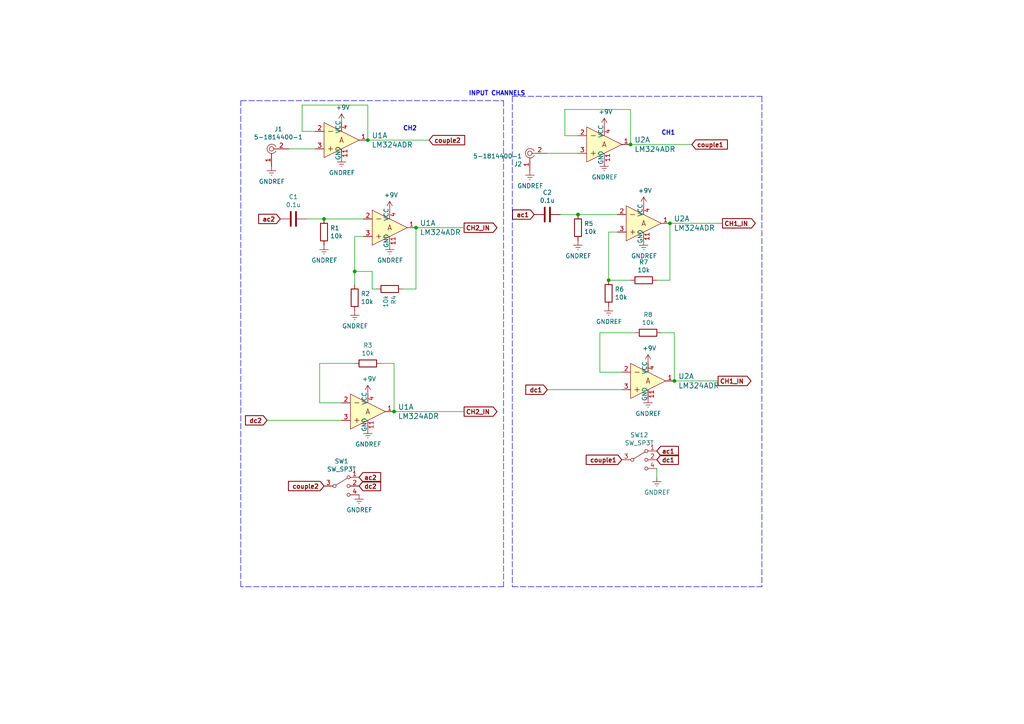
<source format=kicad_sch>
(kicad_sch (version 20211123) (generator eeschema)
  (paper "A4")
  (lib_symbols
    (symbol "Device:C" (pin_numbers hide) (pin_names (offset 0.254))
      (property "Reference" "C" (at 0.635 2.54 0))
      (property "Value" "C" (at 0.635 -2.54 0))
      (symbol "C_0_1"
        (polyline (pts (xy -2.032 -0.762) (xy 2.032 -0.762)) (stroke (width 0.508)))
        (polyline (pts (xy -2.032 0.762) (xy 2.032 0.762)) (stroke (width 0.508)))
      )
      (symbol "C_1_1"
        (pin passive line (at 0 3.81 270) (length 2.794) (name "~") (number "1"))
        (pin passive line (at 0 -3.81 90) (length 2.794) (name "~") (number "2"))
      )
    )
    (symbol "Device:R" (pin_numbers hide) (pin_names (offset 0))
      (property "Reference" "R" (at 2.032 0 90))
      (property "Value" "R" (at 0 0 90))
      (symbol "R_0_1"
        (rectangle (start -1.016 -2.54) (end 1.016 2.54) (stroke (width 0.254)))
      )
      (symbol "R_1_1"
        (pin passive line (at 0 3.81 270) (length 1.27) (name "~") (number "1"))
        (pin passive line (at 0 -3.81 90) (length 1.27) (name "~") (number "2"))
      )
    )
    (symbol "Switch:SW_SP3T" (pin_names (offset 0) hide)
      (property "Reference" "SW" (at 0 5.08 0))
      (property "Value" "SW_SP3T" (at 0 -5.08 0))
      (symbol "SW_SP3T_0_1"
        (circle (center -2.032 0) (radius 0.4572))
        (polyline (pts (xy -1.651 0.254) (xy 1.651 2.286)))
        (circle (center 2.032 -2.54) (radius 0.4572))
        (circle (center 2.032 0) (radius 0.4572))
        (circle (center 2.032 2.54) (radius 0.4572))
      )
      (symbol "SW_SP3T_1_1"
        (pin passive line (at 5.08 2.54 180) (length 2.54) (name "1") (number "1"))
        (pin passive line (at 5.08 0 180) (length 2.54) (name "2") (number "2"))
        (pin passive line (at -5.08 0 0) (length 2.54) (name "3") (number "3"))
        (pin passive line (at 5.08 -2.54 180) (length 2.54) (name "4") (number "4"))
      )
    )
    (symbol "dk_Coaxial-Connectors-RF:5-1814400-1" (pin_names (offset 1.016))
      (property "Reference" "J" (at -1.27 1.27 0))
      (property "Value" "dk_Coaxial-Connectors-RF_5-1814400-1" (at 1.27 -2.54 0))
      (symbol "5-1814400-1_1_1"
        (arc (start -1.27 0) (mid -0.2651 -1.3081) (end 1.27 -0.635))
        (circle (center 0 0) (radius 0.635))
        (arc (start 1.27 0.635) (mid -0.2496 1.3256) (end -1.27 0))
        (pin passive line (at 0 -5.08 90) (length 3.683) (name "~") (number "1"))
        (pin passive line (at 5.08 0 180) (length 4.445) (name "~") (number "2"))
      )
    )
    (symbol "dk_Linear-Amplifiers-Instrumentation-OP-Amps-Buffer-Amps:LM324ADR" (pin_names (offset 0))
      (property "Reference" "U" (at -5.08 6.35 0))
      (property "Value" "dk_Linear-Amplifiers-Instrumentation-OP-Amps-Buffer-Amps_LM324ADR" (at 5.08 -5.08 0))
      (symbol "LM324ADR_0_0"
        (polyline (pts (xy -3.81 -2.54) (xy -2.54 -2.54)))
        (polyline (pts (xy -3.81 2.54) (xy -2.54 2.54)))
        (polyline (pts (xy -3.175 -1.905) (xy -3.175 -3.175)))
        (polyline (pts (xy -5.08 5.08) (xy -5.08 -5.08) (xy 5.08 0) (xy -5.08 5.08)) (fill (type background)))
      )
      (symbol "LM324ADR_1_0"
        (text "A" (at 0 0 0) (effects (font (size 1.524 1.524))))
      )
      (symbol "LM324ADR_1_1"
        (pin output line (at 7.62 0 180) (length 2.54) (name "~") (number "1"))
        (pin power_in line (at 0 -5.08 90) (length 2.54) (name "GND") (number "11"))
        (pin input line (at -7.62 2.54 0) (length 2.54) (name "~") (number "2"))
        (pin input line (at -7.62 -2.54 0) (length 2.54) (name "~") (number "3"))
        (pin power_in line (at 0 5.08 270) (length 2.54) (name "VCC") (number "4"))
      )
      (symbol "LM324ADR_2_0"
        (text "B" (at 0 0 0) (effects (font (size 1.524 1.524))))
      )
      (symbol "LM324ADR_2_1"
        (pin power_in line (at 0 -5.08 90) (length 2.54) (name "GND") (number "11"))
        (pin power_in line (at 0 5.08 270) (length 2.54) (name "VCC") (number "4"))
        (pin input line (at -7.62 -2.54 0) (length 2.54) (name "~") (number "5"))
        (pin input line (at -7.62 2.54 0) (length 2.54) (name "~") (number "6"))
        (pin output line (at 7.62 0 180) (length 2.54) (name "~") (number "7"))
      )
      (symbol "LM324ADR_3_0"
        (text "C" (at 0 0 0) (effects (font (size 1.524 1.524))))
      )
      (symbol "LM324ADR_3_1"
        (pin input line (at -7.62 -2.54 0) (length 2.54) (name "~") (number "10"))
        (pin power_in line (at 0 -5.08 90) (length 2.54) (name "GND") (number "11"))
        (pin power_in line (at 0 5.08 270) (length 2.54) (name "VCC") (number "4"))
        (pin output line (at 7.62 0 180) (length 2.54) (name "~") (number "8"))
        (pin input line (at -7.62 2.54 0) (length 2.54) (name "~") (number "9"))
      )
      (symbol "LM324ADR_4_0"
        (text "D" (at 0 0 0) (effects (font (size 1.524 1.524))))
      )
      (symbol "LM324ADR_4_1"
        (pin power_in line (at 0 -5.08 90) (length 2.54) (name "GND") (number "11"))
        (pin input line (at -7.62 -2.54 0) (length 2.54) (name "~") (number "12"))
        (pin input line (at -7.62 2.54 0) (length 2.54) (name "~") (number "13"))
        (pin output line (at 7.62 0 180) (length 2.54) (name "~") (number "14"))
        (pin power_in line (at 0 5.08 270) (length 2.54) (name "VCC") (number "4"))
      )
    )
    (symbol "power:+9V" (power) (pin_names (offset 0))
      (property "Value" "+9V" (at 0 3.556 0))
      (symbol "+9V_0_1"
        (polyline (pts (xy -0.762 1.27) (xy 0 2.54)))
        (polyline (pts (xy 0 0) (xy 0 2.54)))
        (polyline (pts (xy 0 2.54) (xy 0.762 1.27)))
      )
      (symbol "+9V_1_1"
        (pin power_in line (at 0 0 90) (length 0) hide (name "+9V") (number "1"))
      )
    )
    (symbol "power:GNDREF" (power) (pin_names (offset 0))
      (property "Value" "GNDREF" (at 0 -3.81 0))
      (symbol "GNDREF_0_1"
        (polyline (pts (xy -0.635 -1.905) (xy 0.635 -1.905)))
        (polyline (pts (xy -0.127 -2.54) (xy 0.127 -2.54)))
        (polyline (pts (xy 0 -1.27) (xy 0 0)))
        (polyline (pts (xy 1.27 -1.27) (xy -1.27 -1.27)))
      )
      (symbol "GNDREF_1_1"
        (pin power_in line (at 0 0 270) (length 0) hide (name "GNDREF") (number "1"))
      )
    )
  )
  (junction (at 93.98 63.5))
  (junction (at 114.3 119.38))
  (junction (at 102.87 78.74))
  (junction (at 167.64 62.23))
  (junction (at 195.58 110.49))
  (junction (at 176.53 81.28))
  (junction (at 182.88 41.91))
  (junction (at 194.31 64.77))
  (junction (at 120.65 66.04))
  (junction (at 106.68 40.64))
  (wire (pts (xy 134.62 66.04) (xy 120.65 66.04)))
  (wire (pts (xy 107.95 78.74) (xy 102.87 78.74)))
  (wire (pts (xy 163.83 39.37) (xy 163.83 31.75)))
  (wire (pts (xy 114.3 119.38) (xy 134.62 119.38)))
  (wire (pts (xy 182.88 81.28) (xy 176.53 81.28)))
  (wire (pts (xy 107.95 83.82) (xy 107.95 78.74)))
  (polyline (pts (xy 146.05 29.21) (xy 146.05 170.18)))
  (wire (pts (xy 163.83 31.75) (xy 182.88 31.75)))
  (wire (pts (xy 109.22 83.82) (xy 107.95 83.82)))
  (polyline (pts (xy 69.85 29.21) (xy 146.05 29.21)))
  (wire (pts (xy 102.87 78.74) (xy 102.87 82.55)))
  (wire (pts (xy 106.68 30.48) (xy 106.68 40.64)))
  (polyline (pts (xy 146.05 170.18) (xy 69.85 170.18)))
  (wire (pts (xy 158.75 44.45) (xy 167.64 44.45)))
  (wire (pts (xy 110.49 105.41) (xy 114.3 105.41)))
  (wire (pts (xy 194.31 64.77) (xy 209.55 64.77)))
  (wire (pts (xy 92.71 116.84) (xy 99.06 116.84)))
  (wire (pts (xy 102.87 105.41) (xy 92.71 105.41)))
  (wire (pts (xy 87.63 38.1) (xy 87.63 30.48)))
  (wire (pts (xy 120.65 83.82) (xy 116.84 83.82)))
  (wire (pts (xy 194.31 64.77) (xy 194.31 81.28)))
  (wire (pts (xy 176.53 67.31) (xy 176.53 81.28)))
  (wire (pts (xy 182.88 41.91) (xy 200.66 41.91)))
  (wire (pts (xy 195.58 96.52) (xy 195.58 110.49)))
  (polyline (pts (xy 148.59 27.94) (xy 220.98 27.94)))
  (wire (pts (xy 106.68 40.64) (xy 124.46 40.64)))
  (wire (pts (xy 173.99 107.95) (xy 180.34 107.95)))
  (wire (pts (xy 91.44 38.1) (xy 87.63 38.1)))
  (wire (pts (xy 195.58 110.49) (xy 208.28 110.49)))
  (wire (pts (xy 102.87 68.58) (xy 102.87 78.74)))
  (wire (pts (xy 87.63 30.48) (xy 106.68 30.48)))
  (wire (pts (xy 173.99 96.52) (xy 173.99 107.95)))
  (polyline (pts (xy 220.98 27.94) (xy 220.98 170.18)))
  (wire (pts (xy 184.15 96.52) (xy 173.99 96.52)))
  (wire (pts (xy 83.82 43.18) (xy 91.44 43.18)))
  (wire (pts (xy 180.34 113.03) (xy 158.75 113.03)))
  (wire (pts (xy 167.64 39.37) (xy 163.83 39.37)))
  (wire (pts (xy 92.71 105.41) (xy 92.71 116.84)))
  (wire (pts (xy 182.88 31.75) (xy 182.88 41.91)))
  (wire (pts (xy 190.5 135.89) (xy 190.5 138.43)))
  (wire (pts (xy 176.53 67.31) (xy 179.07 67.31)))
  (wire (pts (xy 93.98 63.5) (xy 105.41 63.5)))
  (wire (pts (xy 102.87 68.58) (xy 105.41 68.58)))
  (wire (pts (xy 114.3 105.41) (xy 114.3 119.38)))
  (wire (pts (xy 88.9 63.5) (xy 93.98 63.5)))
  (wire (pts (xy 162.56 62.23) (xy 167.64 62.23)))
  (wire (pts (xy 167.64 62.23) (xy 179.07 62.23)))
  (wire (pts (xy 191.77 96.52) (xy 195.58 96.52)))
  (polyline (pts (xy 148.59 27.94) (xy 148.59 170.18)))
  (wire (pts (xy 194.31 81.28) (xy 190.5 81.28)))
  (polyline (pts (xy 148.59 170.18) (xy 220.98 170.18)))
  (wire (pts (xy 120.65 66.04) (xy 120.65 83.82)))
  (wire (pts (xy 99.06 121.92) (xy 77.47 121.92)))
  (polyline (pts (xy 69.85 170.18) (xy 69.85 29.21)))
  (text "INPUT CHANNELS" (at 135.89 27.94 0) (effects (font (size 1.27 1.27) (thickness 0.254) bold) (justify left bottom)))
  (text "CH1" (at 191.77 39.37 0) (effects (font (size 1.27 1.27) (thickness 0.254) bold) (justify left bottom)))
  (text "CH2" (at 116.84 38.1 0) (effects (font (size 1.27 1.27) (thickness 0.254) bold) (justify left bottom)))
  (global_label "dc2" (shape input) (at 104.14 140.97 0) (effects (font (thickness 0.254) bold)) (property "Intersheet References" "${INTERSHEET_REFS}" (effects hide)))
  (global_label "ac2" (shape input) (at 81.28 63.5 180) (effects (font (thickness 0.254) bold)) (property "Intersheet References" "${INTERSHEET_REFS}" (effects hide)))
  (global_label "dc1" (shape input) (at 158.75 113.03 180) (effects (font (thickness 0.254) bold)) (property "Intersheet References" "${INTERSHEET_REFS}" (effects hide)))
  (global_label "dc2" (shape input) (at 77.47 121.92 180) (effects (font (thickness 0.254) bold)) (property "Intersheet References" "${INTERSHEET_REFS}" (effects hide)))
  (global_label "CH1_IN" (shape output) (at 209.55 64.77 0) (effects (font (thickness 0.254) bold)) (property "Intersheet References" "${INTERSHEET_REFS}" (effects hide)))
  (global_label "couple2" (shape input) (at 124.46 40.64 0) (effects (font (thickness 0.254) bold)) (property "Intersheet References" "${INTERSHEET_REFS}" (effects hide)))
  (global_label "CH2_IN" (shape output) (at 134.62 66.04 0) (effects (font (thickness 0.254) bold)) (property "Intersheet References" "${INTERSHEET_REFS}" (effects hide)))
  (global_label "ac1" (shape input) (at 190.5 130.81 0) (effects (font (thickness 0.254) bold)) (property "Intersheet References" "${INTERSHEET_REFS}" (effects hide)))
  (global_label "dc1" (shape input) (at 190.5 133.35 0) (effects (font (thickness 0.254) bold)) (property "Intersheet References" "${INTERSHEET_REFS}" (effects hide)))
  (global_label "CH1_IN" (shape output) (at 208.28 110.49 0) (effects (font (thickness 0.254) bold)) (property "Intersheet References" "${INTERSHEET_REFS}" (effects hide)))
  (global_label "ac2" (shape input) (at 104.14 138.43 0) (effects (font (thickness 0.254) bold)) (property "Intersheet References" "${INTERSHEET_REFS}" (effects hide)))
  (global_label "CH2_IN" (shape output) (at 134.62 119.38 0) (effects (font (thickness 0.254) bold)) (property "Intersheet References" "${INTERSHEET_REFS}" (effects hide)))
  (global_label "couple1" (shape input) (at 200.66 41.91 0) (effects (font (thickness 0.254) bold)) (property "Intersheet References" "${INTERSHEET_REFS}" (effects hide)))
  (global_label "ac1" (shape input) (at 154.94 62.23 180) (effects (font (thickness 0.254) bold)) (property "Intersheet References" "${INTERSHEET_REFS}" (effects hide)))
  (global_label "couple1" (shape input) (at 180.34 133.35 180) (effects (font (thickness 0.254) bold)) (property "Intersheet References" "${INTERSHEET_REFS}" (effects hide)))
  (global_label "couple2" (shape input) (at 93.98 140.97 180) (effects (font (thickness 0.254) bold)) (property "Intersheet References" "${INTERSHEET_REFS}" (effects hide)))
  (symbol (lib_id "Switch:SW_SP3T") (at 185.42 133.35 0) (unit 1)
    (property "Reference" "SW12" (at 185.42 126.1618 0))
    (property "Value" "SW_SP3T" (at 185.42 128.4732 0))
    (property "Footprint" "my-screen:SP3T_OS103012MU1QP1_SWITCH" (effects hide))
  )
  (symbol (lib_id "Switch:SW_SP3T") (at 99.06 140.97 0) (unit 1)
    (property "Reference" "SW1" (at 99.06 133.7818 0))
    (property "Value" "SW_SP3T" (at 99.06 136.0932 0))
    (property "Footprint" "my-screen:SP3T_OS103012MU1QP1_SWITCH" (effects hide))
  )
  (symbol (lib_id "power:+9V") (at 99.06 35.56 0) (unit 1)
    (property "Reference" "#PWR056" (effects hide))
    (property "Value" "+9V" (at 99.441 31.1658 0))
  )
  (symbol (lib_id "power:GNDREF") (at 99.06 45.72 0)
    (property "Reference" "#PWR057" (effects hide))
    (property "Value" "GNDREF" (at 99.187 50.1142 0))
  )
  (symbol (lib_id "power:+9V") (at 113.03 60.96 0) (unit 1)
    (property "Reference" "#PWR060" (effects hide))
    (property "Value" "+9V" (at 113.411 56.5658 0))
  )
  (symbol (lib_id "power:GNDREF") (at 113.03 71.12 0)
    (property "Reference" "#PWR061" (effects hide))
    (property "Value" "GNDREF" (at 113.157 75.5142 0))
  )
  (symbol (lib_id "power:+9V") (at 106.68 114.3 0) (unit 1)
    (property "Reference" "#PWR058" (effects hide))
    (property "Value" "+9V" (at 107.061 109.9058 0))
  )
  (symbol (lib_id "power:GNDREF") (at 106.68 124.46 0)
    (property "Reference" "#PWR059" (effects hide))
    (property "Value" "GNDREF" (at 106.807 128.8542 0))
  )
  (symbol (lib_id "power:+9V") (at 175.26 36.83 0) (unit 1)
    (property "Reference" "#PWR062" (effects hide))
    (property "Value" "+9V" (at 175.641 32.4358 0))
  )
  (symbol (lib_id "power:GNDREF") (at 175.26 46.99 0)
    (property "Reference" "#PWR063" (effects hide))
    (property "Value" "GNDREF" (at 175.387 51.3842 0))
  )
  (symbol (lib_id "power:+9V") (at 186.69 59.69 0) (unit 1)
    (property "Reference" "#PWR064" (effects hide))
    (property "Value" "+9V" (at 187.071 55.2958 0))
  )
  (symbol (lib_id "power:GNDREF") (at 186.69 69.85 0)
    (property "Reference" "#PWR065" (effects hide))
    (property "Value" "GNDREF" (at 186.817 74.2442 0))
  )
  (symbol (lib_id "power:+9V") (at 187.96 105.41 0) (unit 1)
    (property "Reference" "#PWR066" (effects hide))
    (property "Value" "+9V" (at 188.341 101.0158 0))
  )
  (symbol (lib_id "power:GNDREF") (at 187.96 115.57 0)
    (property "Reference" "#PWR067" (effects hide))
    (property "Value" "GNDREF" (at 188.087 119.9642 0))
  )
  (symbol (lib_id "Device:R") (at 113.03 83.82 90)
    (property "Reference" "R4" (at 114.1984 85.598 0) (effects (justify right)))
    (property "Value" "10k" (at 111.887 85.598 0) (effects (justify right)))
    (property "Footprint" "digikey-footprints:1206" (effects hide))
  )
  (symbol (lib_id "dk_Coaxial-Connectors-RF:5-1814400-1") (at 153.67 44.45 0)
    (property "Reference" "J2" (at 151.4348 47.5996 0) (effects (justify right)))
    (property "Value" "5-1814400-1" (at 151.4348 45.2882 0) (effects (justify right)))
    (property "Footprint" "digikey-footprints:RF_SMA_RightAngle_5-1814400-1" (effects hide))
    (property "Datasheet" "https://www.te.com/commerce/DocumentDelivery/DDEController?Action=srchrtrv&DocNm=1814400&DocType=Customer+Drawing&DocLang=English" (effects hide))
    (property "Digi-Key_PN" "A97593-ND" (effects hide))
    (property "MPN" "5-1814400-1" (effects hide))
    (property "Category" "Connectors, Interconnects" (effects hide))
    (property "Family" "Coaxial Connectors (RF)" (effects hide))
    (property "DK_Datasheet_Link" "https://www.te.com/commerce/DocumentDelivery/DDEController?Action=srchrtrv&DocNm=1814400&DocType=Customer+Drawing&DocLang=English" (effects hide))
    (property "DK_Detail_Page" "/product-detail/en/te-connectivity-amp-connectors/5-1814400-1/A97593-ND/1755981" (effects hide))
    (property "Description" "CONN SMA JACK R/A 50 OHM PCB" (effects hide))
    (property "Manufacturer" "TE Connectivity AMP Connectors" (effects hide))
    (property "Status" "Active" (effects hide))
  )
  (symbol (lib_id "dk_Coaxial-Connectors-RF:5-1814400-1") (at 78.74 43.18 0)
    (property "Reference" "J1" (at 80.7212 37.465 0))
    (property "Value" "5-1814400-1" (at 80.7212 39.7764 0))
    (property "Footprint" "digikey-footprints:RF_SMA_RightAngle_5-1814400-1" (effects hide))
    (property "Datasheet" "https://www.te.com/commerce/DocumentDelivery/DDEController?Action=srchrtrv&DocNm=1814400&DocType=Customer+Drawing&DocLang=English" (effects hide))
    (property "Digi-Key_PN" "A97593-ND" (effects hide))
    (property "MPN" "5-1814400-1" (effects hide))
    (property "Category" "Connectors, Interconnects" (effects hide))
    (property "Family" "Coaxial Connectors (RF)" (effects hide))
    (property "DK_Datasheet_Link" "https://www.te.com/commerce/DocumentDelivery/DDEController?Action=srchrtrv&DocNm=1814400&DocType=Customer+Drawing&DocLang=English" (effects hide))
    (property "DK_Detail_Page" "/product-detail/en/te-connectivity-amp-connectors/5-1814400-1/A97593-ND/1755981" (effects hide))
    (property "Description" "CONN SMA JACK R/A 50 OHM PCB" (effects hide))
    (property "Manufacturer" "TE Connectivity AMP Connectors" (effects hide))
    (property "Status" "Active" (effects hide))
  )
  (symbol (lib_id "power:GNDREF") (at 153.67 49.53 0)
    (property "Reference" "#PWR05" (effects hide))
    (property "Value" "GNDREF" (at 153.797 53.9242 0))
  )
  (symbol (lib_id "power:GNDREF") (at 78.74 48.26 0)
    (property "Reference" "#PWR01" (effects hide))
    (property "Value" "GNDREF" (at 78.867 52.6542 0))
  )
  (symbol (lib_id "dk_Linear-Amplifiers-Instrumentation-OP-Amps-Buffer-Amps:LM324ADR") (at 175.26 41.91 0)
    (property "Reference" "U2" (at 183.9976 40.5638 0) (effects (font (size 1.524 1.524)) (justify left)))
    (property "Value" "LM324ADR" (at 183.9976 43.2562 0) (effects (font (size 1.524 1.524)) (justify left)))
    (property "Footprint" "digikey-footprints:SOIC-14_W3.9mm" (effects hide))
    (property "Datasheet" "http://www.ti.com/general/docs/suppproductinfo.tsp?distId=10&gotoUrl=http%3A%2F%2Fwww.ti.com%2Flit%2Fgpn%2Flm224" (effects hide))
    (property "Digi-Key_PN" "296-9540-1-ND" (effects hide))
    (property "MPN" "LM324ADR" (effects hide))
    (property "Category" "Integrated Circuits (ICs)" (effects hide))
    (property "Family" "Linear - Amplifiers - Instrumentation, OP Amps, Buffer Amps" (effects hide))
    (property "DK_Datasheet_Link" "http://www.ti.com/general/docs/suppproductinfo.tsp?distId=10&gotoUrl=http%3A%2F%2Fwww.ti.com%2Flit%2Fgpn%2Flm224" (effects hide))
    (property "DK_Detail_Page" "/product-detail/en/texas-instruments/LM324ADR/296-9540-1-ND/405286" (effects hide))
    (property "Description" "IC OPAMP GP 4 CIRCUIT 14SOIC" (effects hide))
    (property "Manufacturer" "Texas Instruments" (effects hide))
    (property "Status" "Active" (effects hide))
  )
  (symbol (lib_id "Device:C") (at 158.75 62.23 270)
    (property "Reference" "C2" (at 158.75 55.8292 90))
    (property "Value" "0.1u" (at 158.75 58.1406 90))
    (property "Footprint" "Capacitor_THT:CP_Radial_D4.0mm_P1.50mm" (effects hide))
  )
  (symbol (lib_id "Device:R") (at 176.53 85.09 180)
    (property "Reference" "R6" (at 178.308 83.9216 0) (effects (justify right)))
    (property "Value" "10k" (at 178.308 86.233 0) (effects (justify right)))
    (property "Footprint" "digikey-footprints:1206" (effects hide))
  )
  (symbol (lib_id "power:GNDREF") (at 176.53 88.9 0)
    (property "Reference" "#PWR054" (effects hide))
    (property "Value" "GNDREF" (at 176.657 93.2942 0))
  )
  (symbol (lib_id "Device:R") (at 187.96 96.52 90)
    (property "Reference" "R8" (at 187.96 91.2622 90))
    (property "Value" "10k" (at 187.96 93.5736 90))
    (property "Footprint" "digikey-footprints:1206" (effects hide))
  )
  (symbol (lib_id "Device:R") (at 186.69 81.28 90)
    (property "Reference" "R7" (at 186.69 76.0222 90))
    (property "Value" "10k" (at 186.69 78.3336 90))
    (property "Footprint" "digikey-footprints:1206" (effects hide))
  )
  (symbol (lib_id "Device:R") (at 167.64 66.04 180)
    (property "Reference" "R5" (at 169.418 64.8716 0) (effects (justify right)))
    (property "Value" "10k" (at 169.418 67.183 0) (effects (justify right)))
    (property "Footprint" "digikey-footprints:1206" (effects hide))
  )
  (symbol (lib_id "power:GNDREF") (at 167.64 69.85 0)
    (property "Reference" "#PWR06" (effects hide))
    (property "Value" "GNDREF" (at 167.767 74.2442 0))
  )
  (symbol (lib_id "Device:C") (at 85.09 63.5 270)
    (property "Reference" "C1" (at 85.09 57.0992 90))
    (property "Value" "0.1u" (at 85.09 59.4106 90))
    (property "Footprint" "Capacitor_THT:CP_Radial_D4.0mm_P1.50mm" (effects hide))
  )
  (symbol (lib_id "Device:R") (at 102.87 86.36 180)
    (property "Reference" "R2" (at 104.648 85.1916 0) (effects (justify right)))
    (property "Value" "10k" (at 104.648 87.503 0) (effects (justify right)))
    (property "Footprint" "digikey-footprints:1206" (effects hide))
  )
  (symbol (lib_id "power:GNDREF") (at 102.87 90.17 0)
    (property "Reference" "#PWR03" (effects hide))
    (property "Value" "GNDREF" (at 102.997 94.5642 0))
  )
  (symbol (lib_id "Device:R") (at 93.98 67.31 180)
    (property "Reference" "R1" (at 95.758 66.1416 0) (effects (justify right)))
    (property "Value" "10k" (at 95.758 68.453 0) (effects (justify right)))
    (property "Footprint" "digikey-footprints:1206" (effects hide))
  )
  (symbol (lib_id "power:GNDREF") (at 93.98 71.12 0)
    (property "Reference" "#PWR02" (effects hide))
    (property "Value" "GNDREF" (at 94.107 75.5142 0))
  )
  (symbol (lib_id "Device:R") (at 106.68 105.41 90)
    (property "Reference" "R3" (at 106.68 100.1522 90))
    (property "Value" "10k" (at 106.68 102.4636 90))
    (property "Footprint" "digikey-footprints:1206" (effects hide))
  )
  (symbol (lib_id "power:GNDREF") (at 104.14 143.51 0)
    (property "Reference" "#PWR04" (effects hide))
    (property "Value" "GNDREF" (at 104.267 147.9042 0))
  )
  (symbol (lib_id "power:GNDREF") (at 190.5 138.43 0)
    (property "Reference" "#PWR055" (effects hide))
    (property "Value" "GNDREF" (at 190.627 142.8242 0))
  )
  (symbol (lib_id "dk_Linear-Amplifiers-Instrumentation-OP-Amps-Buffer-Amps:LM324ADR") (at 186.69 64.77 0)
    (property "Reference" "U2" (at 195.4276 63.4238 0) (effects (font (size 1.524 1.524)) (justify left)))
    (property "Value" "LM324ADR" (at 195.4276 66.1162 0) (effects (font (size 1.524 1.524)) (justify left)))
    (property "Footprint" "digikey-footprints:SOIC-14_W3.9mm" (effects hide))
    (property "Datasheet" "http://www.ti.com/general/docs/suppproductinfo.tsp?distId=10&gotoUrl=http%3A%2F%2Fwww.ti.com%2Flit%2Fgpn%2Flm224" (effects hide))
    (property "Digi-Key_PN" "296-9540-1-ND" (effects hide))
    (property "MPN" "LM324ADR" (effects hide))
    (property "Category" "Integrated Circuits (ICs)" (effects hide))
    (property "Family" "Linear - Amplifiers - Instrumentation, OP Amps, Buffer Amps" (effects hide))
    (property "DK_Datasheet_Link" "http://www.ti.com/general/docs/suppproductinfo.tsp?distId=10&gotoUrl=http%3A%2F%2Fwww.ti.com%2Flit%2Fgpn%2Flm224" (effects hide))
    (property "DK_Detail_Page" "/product-detail/en/texas-instruments/LM324ADR/296-9540-1-ND/405286" (effects hide))
    (property "Description" "IC OPAMP GP 4 CIRCUIT 14SOIC" (effects hide))
    (property "Manufacturer" "Texas Instruments" (effects hide))
    (property "Status" "Active" (effects hide))
  )
  (symbol (lib_id "dk_Linear-Amplifiers-Instrumentation-OP-Amps-Buffer-Amps:LM324ADR") (at 187.96 110.49 0)
    (property "Reference" "U2" (at 196.6976 109.1438 0) (effects (font (size 1.524 1.524)) (justify left)))
    (property "Value" "LM324ADR" (at 196.6976 111.8362 0) (effects (font (size 1.524 1.524)) (justify left)))
    (property "Footprint" "digikey-footprints:SOIC-14_W3.9mm" (effects hide))
    (property "Datasheet" "http://www.ti.com/general/docs/suppproductinfo.tsp?distId=10&gotoUrl=http%3A%2F%2Fwww.ti.com%2Flit%2Fgpn%2Flm224" (effects hide))
    (property "Digi-Key_PN" "296-9540-1-ND" (effects hide))
    (property "MPN" "LM324ADR" (effects hide))
    (property "Category" "Integrated Circuits (ICs)" (effects hide))
    (property "Family" "Linear - Amplifiers - Instrumentation, OP Amps, Buffer Amps" (effects hide))
    (property "DK_Datasheet_Link" "http://www.ti.com/general/docs/suppproductinfo.tsp?distId=10&gotoUrl=http%3A%2F%2Fwww.ti.com%2Flit%2Fgpn%2Flm224" (effects hide))
    (property "DK_Detail_Page" "/product-detail/en/texas-instruments/LM324ADR/296-9540-1-ND/405286" (effects hide))
    (property "Description" "IC OPAMP GP 4 CIRCUIT 14SOIC" (effects hide))
    (property "Manufacturer" "Texas Instruments" (effects hide))
    (property "Status" "Active" (effects hide))
  )
  (symbol (lib_id "dk_Linear-Amplifiers-Instrumentation-OP-Amps-Buffer-Amps:LM324ADR") (at 99.06 40.64 0)
    (property "Reference" "U1" (at 107.7976 39.2938 0) (effects (font (size 1.524 1.524)) (justify left)))
    (property "Value" "LM324ADR" (at 107.7976 41.9862 0) (effects (font (size 1.524 1.524)) (justify left)))
    (property "Footprint" "digikey-footprints:SOIC-14_W3.9mm" (effects hide))
    (property "Datasheet" "http://www.ti.com/general/docs/suppproductinfo.tsp?distId=10&gotoUrl=http%3A%2F%2Fwww.ti.com%2Flit%2Fgpn%2Flm224" (effects hide))
    (property "Digi-Key_PN" "296-9540-1-ND" (effects hide))
    (property "MPN" "LM324ADR" (effects hide))
    (property "Category" "Integrated Circuits (ICs)" (effects hide))
    (property "Family" "Linear - Amplifiers - Instrumentation, OP Amps, Buffer Amps" (effects hide))
    (property "DK_Datasheet_Link" "http://www.ti.com/general/docs/suppproductinfo.tsp?distId=10&gotoUrl=http%3A%2F%2Fwww.ti.com%2Flit%2Fgpn%2Flm224" (effects hide))
    (property "DK_Detail_Page" "/product-detail/en/texas-instruments/LM324ADR/296-9540-1-ND/405286" (effects hide))
    (property "Description" "IC OPAMP GP 4 CIRCUIT 14SOIC" (effects hide))
    (property "Manufacturer" "Texas Instruments" (effects hide))
    (property "Status" "Active" (effects hide))
  )
  (symbol (lib_id "dk_Linear-Amplifiers-Instrumentation-OP-Amps-Buffer-Amps:LM324ADR") (at 113.03 66.04 0)
    (property "Reference" "U1" (at 121.7676 64.6938 0) (effects (font (size 1.524 1.524)) (justify left)))
    (property "Value" "LM324ADR" (at 121.7676 67.3862 0) (effects (font (size 1.524 1.524)) (justify left)))
    (property "Footprint" "digikey-footprints:SOIC-14_W3.9mm" (effects hide))
    (property "Datasheet" "http://www.ti.com/general/docs/suppproductinfo.tsp?distId=10&gotoUrl=http%3A%2F%2Fwww.ti.com%2Flit%2Fgpn%2Flm224" (effects hide))
    (property "Digi-Key_PN" "296-9540-1-ND" (effects hide))
    (property "MPN" "LM324ADR" (effects hide))
    (property "Category" "Integrated Circuits (ICs)" (effects hide))
    (property "Family" "Linear - Amplifiers - Instrumentation, OP Amps, Buffer Amps" (effects hide))
    (property "DK_Datasheet_Link" "http://www.ti.com/general/docs/suppproductinfo.tsp?distId=10&gotoUrl=http%3A%2F%2Fwww.ti.com%2Flit%2Fgpn%2Flm224" (effects hide))
    (property "DK_Detail_Page" "/product-detail/en/texas-instruments/LM324ADR/296-9540-1-ND/405286" (effects hide))
    (property "Description" "IC OPAMP GP 4 CIRCUIT 14SOIC" (effects hide))
    (property "Manufacturer" "Texas Instruments" (effects hide))
    (property "Status" "Active" (effects hide))
  )
  (symbol (lib_id "dk_Linear-Amplifiers-Instrumentation-OP-Amps-Buffer-Amps:LM324ADR") (at 106.68 119.38 0)
    (property "Reference" "U1" (at 115.4176 118.0338 0) (effects (font (size 1.524 1.524)) (justify left)))
    (property "Value" "LM324ADR" (at 115.4176 120.7262 0) (effects (font (size 1.524 1.524)) (justify left)))
    (property "Footprint" "digikey-footprints:SOIC-14_W3.9mm" (effects hide))
    (property "Datasheet" "http://www.ti.com/general/docs/suppproductinfo.tsp?distId=10&gotoUrl=http%3A%2F%2Fwww.ti.com%2Flit%2Fgpn%2Flm224" (effects hide))
    (property "Digi-Key_PN" "296-9540-1-ND" (effects hide))
    (property "MPN" "LM324ADR" (effects hide))
    (property "Category" "Integrated Circuits (ICs)" (effects hide))
    (property "Family" "Linear - Amplifiers - Instrumentation, OP Amps, Buffer Amps" (effects hide))
    (property "DK_Datasheet_Link" "http://www.ti.com/general/docs/suppproductinfo.tsp?distId=10&gotoUrl=http%3A%2F%2Fwww.ti.com%2Flit%2Fgpn%2Flm224" (effects hide))
    (property "DK_Detail_Page" "/product-detail/en/texas-instruments/LM324ADR/296-9540-1-ND/405286" (effects hide))
    (property "Description" "IC OPAMP GP 4 CIRCUIT 14SOIC" (effects hide))
    (property "Manufacturer" "Texas Instruments" (effects hide))
    (property "Status" "Active" (effects hide))
  )
)
</source>
